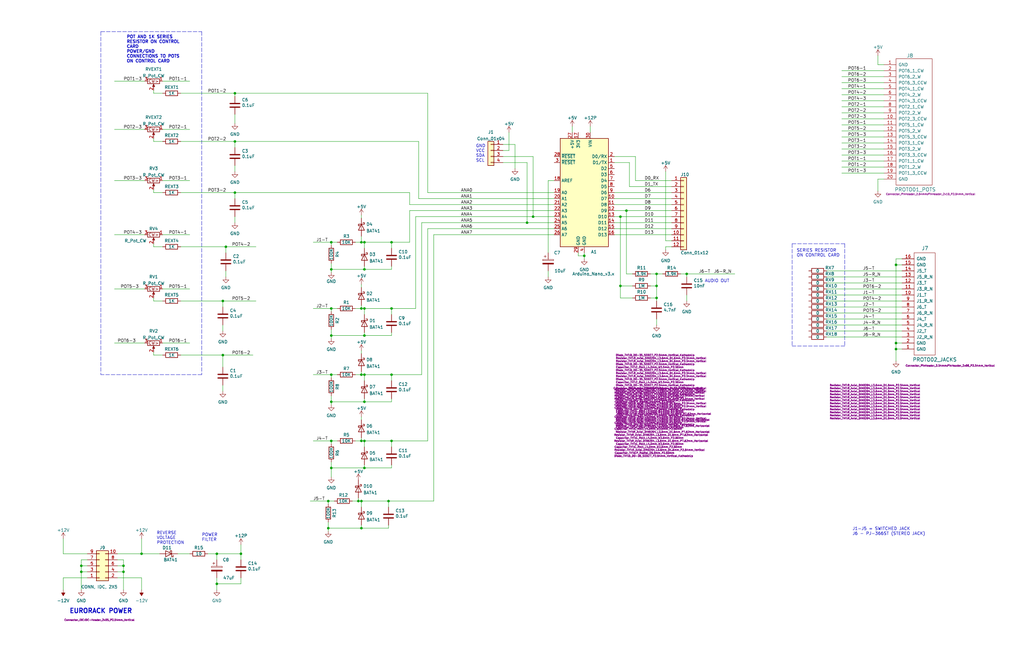
<source format=kicad_sch>
(kicad_sch (version 20211123) (generator eeschema)
  (paper "B")
  (title_block (title "6 POTS, 6 JACKS") (date "2022-11-20") (rev "2") (comment 1 "Arduino MOZZI Daughtercard for ER-PROTO-02") (comment 2 "https://note.com/solder_state/n/nffc1a33053be"))
  (junction (at 153.67 130.175))
  (junction (at 93.98 127))
  (junction (at 139.7 102.235))
  (junction (at 99.06 39.37))
  (junction (at 224.79 91.44))
  (junction (at 139.7 169.545))
  (junction (at 153.67 158.115))
  (junction (at 377.825 111.76))
  (junction (at 163.83 211.455))
  (junction (at 377.825 144.78))
  (junction (at 139.7 141.605))
  (junction (at 138.43 222.885))
  (junction (at 152.4 102.235))
  (junction (at 165.1 158.115))
  (junction (at 139.7 130.175))
  (junction (at 153.67 197.485))
  (junction (at 99.06 81.28))
  (junction (at 139.7 158.115))
  (junction (at 246.38 107.95))
  (junction (at 153.67 113.665))
  (junction (at 261.62 120.65))
  (junction (at 151.13 211.455))
  (junction (at 52.07 241.3))
  (junction (at 165.1 186.055))
  (junction (at 139.7 113.665))
  (junction (at 138.43 211.455))
  (junction (at 153.67 186.055))
  (junction (at 264.16 88.9))
  (junction (at 153.67 102.235))
  (junction (at 139.7 197.485))
  (junction (at 152.4 211.455))
  (junction (at 152.4 222.885))
  (junction (at 276.86 120.65))
  (junction (at 99.06 59.69))
  (junction (at 34.29 241.3))
  (junction (at 34.29 238.76))
  (junction (at 59.69 233.68))
  (junction (at 377.825 147.32))
  (junction (at 139.7 186.055))
  (junction (at 101.6 233.68))
  (junction (at 289.56 115.57))
  (junction (at 95.25 104.14))
  (junction (at 165.1 130.175))
  (junction (at 152.4 130.175))
  (junction (at 52.07 238.76))
  (junction (at 152.4 186.055))
  (junction (at 153.67 169.545))
  (junction (at 276.86 125.73))
  (junction (at 153.67 141.605))
  (junction (at 261.62 91.44))
  (junction (at 152.4 158.115))
  (junction (at 222.25 93.98))
  (junction (at 165.1 102.235))
  (junction (at 276.86 115.57))
  (junction (at 91.44 233.68))
  (junction (at 93.98 149.86))
  (junction (at 91.44 246.38))
  (wire (pts (xy 76.2 59.69) (xy 99.06 59.69)))
  (wire (pts (xy 348.615 139.7) (xy 380.365 139.7)))
  (wire (pts (xy 354.965 50.165) (xy 372.745 50.165)))
  (wire (pts (xy 180.34 96.52) (xy 233.68 96.52)))
  (wire (pts (xy 152.4 222.885) (xy 152.4 221.615)))
  (wire (pts (xy 348.615 127) (xy 380.365 127)))
  (wire (pts (xy 139.7 201.295) (xy 139.7 197.485)))
  (wire (pts (xy 348.615 121.92) (xy 380.365 121.92)))
  (wire (pts (xy 264.16 88.9) (xy 259.08 88.9)))
  (wire (pts (xy 139.7 170.815) (xy 139.7 169.545)))
  (wire (pts (xy 165.1 158.115) (xy 165.1 160.655)))
  (wire (pts (xy 289.56 124.46) (xy 289.56 127)))
  (polyline (pts (xy 334.01 102.87) (xy 334.01 146.05)))
  (wire (pts (xy 49.53 233.68) (xy 59.69 233.68)))
  (wire (pts (xy 172.72 86.36) (xy 233.68 86.36)))
  (wire (pts (xy 76.2 81.28) (xy 99.06 81.28)))
  (wire (pts (xy 93.98 137.16) (xy 93.98 139.7)))
  (wire (pts (xy 139.7 113.665) (xy 139.7 111.125)))
  (wire (pts (xy 165.1 169.545) (xy 165.1 168.275)))
  (wire (pts (xy 246.38 107.95) (xy 243.84 107.95)))
  (polyline (pts (xy 85.09 158.115) (xy 42.545 158.115)))
  (wire (pts (xy 177.8 93.98) (xy 177.8 158.115)))
  (wire (pts (xy 276.86 134.62) (xy 276.86 137.16)))
  (wire (pts (xy 265.43 68.58) (xy 265.43 78.74)))
  (wire (pts (xy 49.53 238.76) (xy 52.07 238.76)))
  (wire (pts (xy 59.69 227.33) (xy 59.69 233.68)))
  (wire (pts (xy 165.1 130.175) (xy 165.1 132.715)))
  (wire (pts (xy 48.26 54.61) (xy 60.96 54.61)))
  (wire (pts (xy 153.67 197.485) (xy 165.1 197.485)))
  (wire (pts (xy 267.97 66.04) (xy 267.97 76.2)))
  (wire (pts (xy 217.17 60.96) (xy 217.17 71.12)))
  (wire (pts (xy 152.4 120.015) (xy 152.4 121.285)))
  (wire (pts (xy 153.67 186.055) (xy 165.1 186.055)))
  (wire (pts (xy 91.44 233.68) (xy 87.63 233.68)))
  (wire (pts (xy 380.365 109.22) (xy 377.825 109.22)))
  (wire (pts (xy 139.7 142.875) (xy 139.7 141.605)))
  (wire (pts (xy 152.4 211.455) (xy 152.4 213.995)))
  (wire (pts (xy 93.98 127) (xy 93.98 129.54)))
  (wire (pts (xy 152.4 99.695) (xy 152.4 102.235)))
  (wire (pts (xy 64.77 81.28) (xy 68.58 81.28)))
  (wire (pts (xy 34.29 236.22) (xy 34.29 238.76)))
  (wire (pts (xy 354.965 40.005) (xy 372.745 40.005)))
  (wire (pts (xy 152.4 184.785) (xy 152.4 186.055)))
  (wire (pts (xy 152.4 211.455) (xy 163.83 211.455)))
  (wire (pts (xy 64.77 149.86) (xy 64.77 148.59)))
  (wire (pts (xy 165.1 113.665) (xy 165.1 112.395)))
  (wire (pts (xy 36.83 243.84) (xy 26.67 243.84)))
  (wire (pts (xy 64.77 127) (xy 68.58 127)))
  (wire (pts (xy 26.67 227.33) (xy 26.67 233.68)))
  (wire (pts (xy 149.86 102.235) (xy 152.4 102.235)))
  (wire (pts (xy 231.14 116.84) (xy 231.14 114.3)))
  (wire (pts (xy 267.97 76.2) (xy 283.21 76.2)))
  (wire (pts (xy 182.88 99.06) (xy 182.88 211.455)))
  (wire (pts (xy 68.58 121.92) (xy 80.01 121.92)))
  (wire (pts (xy 153.67 169.545) (xy 165.1 169.545)))
  (wire (pts (xy 95.25 104.14) (xy 107.95 104.14)))
  (wire (pts (xy 68.58 99.06) (xy 80.01 99.06)))
  (wire (pts (xy 153.67 158.115) (xy 153.67 160.655)))
  (wire (pts (xy 276.86 125.73) (xy 276.86 127)))
  (wire (pts (xy 132.08 158.115) (xy 139.7 158.115)))
  (wire (pts (xy 377.825 144.78) (xy 380.365 144.78)))
  (wire (pts (xy 261.62 91.44) (xy 261.62 120.65)))
  (polyline (pts (xy 85.09 13.335) (xy 85.09 158.115)))
  (wire (pts (xy 348.615 142.24) (xy 380.365 142.24)))
  (wire (pts (xy 165.1 158.115) (xy 177.8 158.115)))
  (wire (pts (xy 76.2 149.86) (xy 93.98 149.86)))
  (wire (pts (xy 180.34 96.52) (xy 180.34 186.055)))
  (wire (pts (xy 139.7 186.055) (xy 142.24 186.055)))
  (wire (pts (xy 152.4 222.885) (xy 163.83 222.885)))
  (wire (pts (xy 34.29 241.3) (xy 34.29 248.92)))
  (wire (pts (xy 266.7 125.73) (xy 261.62 125.73)))
  (wire (pts (xy 152.4 130.175) (xy 153.67 130.175)))
  (wire (pts (xy 153.67 197.485) (xy 139.7 197.485)))
  (wire (pts (xy 139.7 158.115) (xy 139.7 159.385)))
  (wire (pts (xy 153.67 169.545) (xy 139.7 169.545)))
  (polyline (pts (xy 42.545 13.335) (xy 42.545 158.115)))
  (wire (pts (xy 149.86 186.055) (xy 152.4 186.055)))
  (wire (pts (xy 246.38 109.22) (xy 246.38 107.95)))
  (wire (pts (xy 148.59 211.455) (xy 151.13 211.455)))
  (wire (pts (xy 152.4 156.845) (xy 152.4 158.115)))
  (wire (pts (xy 224.79 91.44) (xy 175.26 91.44)))
  (wire (pts (xy 233.68 76.2) (xy 231.14 76.2)))
  (wire (pts (xy 348.615 114.3) (xy 380.365 114.3)))
  (wire (pts (xy 348.615 119.38) (xy 380.365 119.38)))
  (wire (pts (xy 274.32 125.73) (xy 276.86 125.73)))
  (wire (pts (xy 354.965 37.465) (xy 372.745 37.465)))
  (polyline (pts (xy 334.01 102.87) (xy 356.235 102.87)))
  (wire (pts (xy 93.98 149.86) (xy 93.98 154.94)))
  (wire (pts (xy 165.1 141.605) (xy 165.1 140.335)))
  (wire (pts (xy 246.38 107.95) (xy 246.38 106.68)))
  (wire (pts (xy 177.8 93.98) (xy 222.25 93.98)))
  (wire (pts (xy 153.67 141.605) (xy 139.7 141.605)))
  (wire (pts (xy 101.6 233.68) (xy 101.6 236.22)))
  (wire (pts (xy 261.62 91.44) (xy 283.21 91.44)))
  (wire (pts (xy 354.965 65.405) (xy 372.745 65.405)))
  (wire (pts (xy 259.08 68.58) (xy 265.43 68.58)))
  (wire (pts (xy 261.62 120.65) (xy 266.7 120.65)))
  (wire (pts (xy 99.06 81.28) (xy 99.06 83.82)))
  (wire (pts (xy 153.67 169.545) (xy 153.67 168.275)))
  (wire (pts (xy 165.1 102.235) (xy 165.1 104.775)))
  (wire (pts (xy 163.83 211.455) (xy 182.88 211.455)))
  (wire (pts (xy 182.88 99.06) (xy 233.68 99.06)))
  (wire (pts (xy 172.72 81.28) (xy 172.72 86.36)))
  (wire (pts (xy 377.825 147.32) (xy 380.365 147.32)))
  (wire (pts (xy 99.06 39.37) (xy 180.34 39.37)))
  (wire (pts (xy 132.08 186.055) (xy 139.7 186.055)))
  (wire (pts (xy 59.69 243.84) (xy 59.69 248.92)))
  (wire (pts (xy 64.77 104.14) (xy 68.58 104.14)))
  (wire (pts (xy 266.7 115.57) (xy 264.16 115.57)))
  (wire (pts (xy 259.08 99.06) (xy 283.21 99.06)))
  (wire (pts (xy 26.67 243.84) (xy 26.67 248.92)))
  (wire (pts (xy 99.06 69.85) (xy 99.06 72.39)))
  (wire (pts (xy 59.69 233.68) (xy 67.31 233.68)))
  (wire (pts (xy 354.965 47.625) (xy 372.745 47.625)))
  (wire (pts (xy 377.825 111.76) (xy 377.825 144.78)))
  (wire (pts (xy 74.93 233.68) (xy 80.01 233.68)))
  (wire (pts (xy 152.4 90.805) (xy 152.4 92.075)))
  (wire (pts (xy 153.67 141.605) (xy 153.67 140.335)))
  (wire (pts (xy 377.825 109.22) (xy 377.825 111.76)))
  (wire (pts (xy 139.7 186.055) (xy 139.7 187.325)))
  (wire (pts (xy 95.25 104.14) (xy 95.25 106.68)))
  (wire (pts (xy 175.26 91.44) (xy 175.26 130.175)))
  (wire (pts (xy 153.67 102.235) (xy 153.67 104.775)))
  (wire (pts (xy 165.1 130.175) (xy 175.26 130.175)))
  (wire (pts (xy 64.77 59.69) (xy 64.77 58.42)))
  (wire (pts (xy 248.92 53.34) (xy 248.92 55.88)))
  (wire (pts (xy 93.98 162.56) (xy 93.98 165.1)))
  (wire (pts (xy 354.965 57.785) (xy 372.745 57.785)))
  (wire (pts (xy 138.43 211.455) (xy 140.97 211.455)))
  (wire (pts (xy 214.63 55.88) (xy 214.63 63.5)))
  (wire (pts (xy 163.83 211.455) (xy 163.83 213.995)))
  (wire (pts (xy 95.25 114.3) (xy 95.25 116.84)))
  (wire (pts (xy 138.43 211.455) (xy 138.43 212.725)))
  (wire (pts (xy 64.77 127) (xy 64.77 125.73)))
  (wire (pts (xy 99.06 59.69) (xy 99.06 62.23)))
  (wire (pts (xy 163.83 222.885) (xy 163.83 221.615)))
  (wire (pts (xy 276.86 125.73) (xy 276.86 120.65)))
  (wire (pts (xy 139.7 114.935) (xy 139.7 113.665)))
  (wire (pts (xy 91.44 233.68) (xy 91.44 236.22)))
  (wire (pts (xy 153.67 141.605) (xy 165.1 141.605)))
  (wire (pts (xy 289.56 115.57) (xy 289.56 116.84)))
  (wire (pts (xy 64.77 59.69) (xy 68.58 59.69)))
  (wire (pts (xy 243.84 107.95) (xy 243.84 106.68)))
  (wire (pts (xy 48.26 34.29) (xy 60.96 34.29)))
  (wire (pts (xy 354.965 42.545) (xy 372.745 42.545)))
  (wire (pts (xy 139.7 169.545) (xy 139.7 167.005)))
  (wire (pts (xy 64.77 39.37) (xy 68.58 39.37)))
  (wire (pts (xy 377.825 147.32) (xy 377.825 152.4)))
  (wire (pts (xy 165.1 186.055) (xy 165.1 188.595)))
  (wire (pts (xy 138.43 222.885) (xy 138.43 220.345)))
  (wire (pts (xy 93.98 149.86) (xy 106.68 149.86)))
  (wire (pts (xy 48.26 144.78) (xy 60.96 144.78)))
  (wire (pts (xy 34.29 241.3) (xy 36.83 241.3)))
  (wire (pts (xy 180.34 39.37) (xy 180.34 81.28)))
  (wire (pts (xy 152.4 175.895) (xy 152.4 177.165)))
  (wire (pts (xy 377.825 144.78) (xy 377.825 147.32)))
  (wire (pts (xy 48.26 121.92) (xy 60.96 121.92)))
  (wire (pts (xy 49.53 236.22) (xy 52.07 236.22)))
  (wire (pts (xy 101.6 229.87) (xy 101.6 233.68)))
  (wire (pts (xy 354.965 55.245) (xy 372.745 55.245)))
  (wire (pts (xy 153.67 113.665) (xy 139.7 113.665)))
  (wire (pts (xy 130.81 211.455) (xy 138.43 211.455)))
  (wire (pts (xy 91.44 233.68) (xy 101.6 233.68)))
  (wire (pts (xy 283.21 101.6) (xy 280.67 101.6)))
  (wire (pts (xy 139.7 158.115) (xy 142.24 158.115)))
  (wire (pts (xy 261.62 125.73) (xy 261.62 120.65)))
  (wire (pts (xy 212.09 63.5) (xy 214.63 63.5)))
  (wire (pts (xy 259.08 83.82) (xy 283.21 83.82)))
  (wire (pts (xy 152.4 186.055) (xy 153.67 186.055)))
  (wire (pts (xy 354.965 67.945) (xy 372.745 67.945)))
  (wire (pts (xy 180.34 81.28) (xy 233.68 81.28)))
  (wire (pts (xy 264.16 88.9) (xy 283.21 88.9)))
  (wire (pts (xy 153.67 130.175) (xy 165.1 130.175)))
  (wire (pts (xy 152.4 222.885) (xy 138.43 222.885)))
  (wire (pts (xy 34.29 238.76) (xy 36.83 238.76)))
  (wire (pts (xy 348.615 132.08) (xy 380.365 132.08)))
  (wire (pts (xy 212.09 68.58) (xy 222.25 68.58)))
  (wire (pts (xy 99.06 39.37) (xy 99.06 40.64)))
  (wire (pts (xy 370.205 75.565) (xy 370.205 80.645)))
  (wire (pts (xy 212.09 66.04) (xy 224.79 66.04)))
  (wire (pts (xy 176.53 83.82) (xy 233.68 83.82)))
  (wire (pts (xy 68.58 144.78) (xy 80.01 144.78)))
  (wire (pts (xy 64.77 149.86) (xy 68.58 149.86)))
  (wire (pts (xy 276.86 120.65) (xy 276.86 115.57)))
  (wire (pts (xy 354.965 29.845) (xy 372.745 29.845)))
  (wire (pts (xy 64.77 104.14) (xy 64.77 102.87)))
  (wire (pts (xy 348.615 134.62) (xy 380.365 134.62)))
  (wire (pts (xy 139.7 102.235) (xy 139.7 103.505)))
  (wire (pts (xy 354.965 52.705) (xy 372.745 52.705)))
  (wire (pts (xy 152.4 128.905) (xy 152.4 130.175)))
  (wire (pts (xy 152.4 158.115) (xy 153.67 158.115)))
  (wire (pts (xy 153.67 158.115) (xy 165.1 158.115)))
  (wire (pts (xy 68.58 54.61) (xy 80.01 54.61)))
  (wire (pts (xy 348.615 137.16) (xy 380.365 137.16)))
  (wire (pts (xy 152.4 102.235) (xy 153.67 102.235)))
  (wire (pts (xy 222.25 93.98) (xy 233.68 93.98)))
  (wire (pts (xy 153.67 130.175) (xy 153.67 132.715)))
  (wire (pts (xy 91.44 243.84) (xy 91.44 246.38)))
  (wire (pts (xy 259.08 96.52) (xy 283.21 96.52)))
  (wire (pts (xy 241.3 53.34) (xy 241.3 55.88)))
  (wire (pts (xy 149.86 158.115) (xy 152.4 158.115)))
  (wire (pts (xy 265.43 78.74) (xy 283.21 78.74)))
  (wire (pts (xy 348.615 124.46) (xy 380.365 124.46)))
  (wire (pts (xy 287.02 115.57) (xy 289.56 115.57)))
  (wire (pts (xy 52.07 241.3) (xy 52.07 248.92)))
  (wire (pts (xy 68.58 76.2) (xy 80.01 76.2)))
  (wire (pts (xy 233.68 88.9) (xy 172.72 88.9)))
  (wire (pts (xy 99.06 59.69) (xy 176.53 59.69)))
  (wire (pts (xy 52.07 236.22) (xy 52.07 238.76)))
  (wire (pts (xy 354.965 70.485) (xy 372.745 70.485)))
  (wire (pts (xy 153.67 113.665) (xy 153.67 112.395)))
  (wire (pts (xy 101.6 246.38) (xy 101.6 243.84)))
  (polyline (pts (xy 356.235 102.87) (xy 356.235 146.05)))
  (wire (pts (xy 354.965 32.385) (xy 372.745 32.385)))
  (wire (pts (xy 49.53 243.84) (xy 59.69 243.84)))
  (wire (pts (xy 354.965 73.025) (xy 372.745 73.025)))
  (wire (pts (xy 91.44 246.38) (xy 91.44 248.92)))
  (wire (pts (xy 212.09 60.96) (xy 217.17 60.96)))
  (wire (pts (xy 152.4 147.955) (xy 152.4 149.225)))
  (wire (pts (xy 176.53 59.69) (xy 176.53 83.82)))
  (wire (pts (xy 354.965 45.085) (xy 372.745 45.085)))
  (wire (pts (xy 132.08 130.175) (xy 139.7 130.175)))
  (wire (pts (xy 64.77 81.28) (xy 64.77 80.01)))
  (wire (pts (xy 151.13 210.185) (xy 151.13 211.455)))
  (wire (pts (xy 372.745 27.305) (xy 370.205 27.305)))
  (wire (pts (xy 259.08 86.36) (xy 283.21 86.36)))
  (wire (pts (xy 165.1 197.485) (xy 165.1 196.215)))
  (wire (pts (xy 151.13 211.455) (xy 152.4 211.455)))
  (wire (pts (xy 153.67 197.485) (xy 153.67 196.215)))
  (wire (pts (xy 93.98 127) (xy 107.95 127)))
  (wire (pts (xy 36.83 233.68) (xy 26.67 233.68)))
  (wire (pts (xy 259.08 81.28) (xy 283.21 81.28)))
  (wire (pts (xy 76.2 127) (xy 93.98 127)))
  (wire (pts (xy 153.67 113.665) (xy 165.1 113.665)))
  (wire (pts (xy 280.67 72.39) (xy 280.67 101.6)))
  (wire (pts (xy 34.29 238.76) (xy 34.29 241.3)))
  (wire (pts (xy 224.79 66.04) (xy 224.79 91.44)))
  (wire (pts (xy 139.7 102.235) (xy 142.24 102.235)))
  (wire (pts (xy 354.965 34.925) (xy 372.745 34.925)))
  (wire (pts (xy 91.44 246.38) (xy 101.6 246.38)))
  (wire (pts (xy 289.56 115.57) (xy 309.88 115.57)))
  (wire (pts (xy 153.67 102.235) (xy 165.1 102.235)))
  (wire (pts (xy 49.53 241.3) (xy 52.07 241.3)))
  (wire (pts (xy 354.965 62.865) (xy 372.745 62.865)))
  (wire (pts (xy 165.1 186.055) (xy 180.34 186.055)))
  (wire (pts (xy 64.77 39.37) (xy 64.77 38.1)))
  (wire (pts (xy 233.68 91.44) (xy 224.79 91.44)))
  (wire (pts (xy 99.06 48.26) (xy 99.06 52.07)))
  (polyline (pts (xy 42.545 13.335) (xy 85.09 13.335)))
  (wire (pts (xy 370.205 75.565) (xy 372.745 75.565)))
  (wire (pts (xy 274.32 120.65) (xy 276.86 120.65)))
  (wire (pts (xy 132.08 102.235) (xy 139.7 102.235)))
  (wire (pts (xy 48.26 76.2) (xy 60.96 76.2)))
  (wire (pts (xy 370.205 23.495) (xy 370.205 27.305)))
  (wire (pts (xy 48.26 99.06) (xy 60.96 99.06)))
  (wire (pts (xy 377.825 111.76) (xy 380.365 111.76)))
  (wire (pts (xy 139.7 130.175) (xy 142.24 130.175)))
  (wire (pts (xy 139.7 130.175) (xy 139.7 131.445)))
  (wire (pts (xy 149.86 130.175) (xy 152.4 130.175)))
  (wire (pts (xy 348.615 129.54) (xy 380.365 129.54)))
  (wire (pts (xy 222.25 68.58) (xy 222.25 93.98)))
  (wire (pts (xy 172.72 88.9) (xy 172.72 102.235)))
  (wire (pts (xy 280.67 104.14) (xy 280.67 105.41)))
  (wire (pts (xy 139.7 197.485) (xy 139.7 194.945)))
  (wire (pts (xy 264.16 115.57) (xy 264.16 88.9)))
  (wire (pts (xy 283.21 104.14) (xy 280.67 104.14)))
  (wire (pts (xy 36.83 236.22) (xy 34.29 236.22)))
  (wire (pts (xy 354.965 60.325) (xy 372.745 60.325)))
  (wire (pts (xy 231.14 76.2) (xy 231.14 106.68)))
  (wire (pts (xy 138.43 224.155) (xy 138.43 222.885)))
  (wire (pts (xy 348.615 116.84) (xy 380.365 116.84)))
  (wire (pts (xy 76.2 104.14) (xy 95.25 104.14)))
  (wire (pts (xy 259.08 66.04) (xy 267.97 66.04)))
  (wire (pts (xy 52.07 238.76) (xy 52.07 241.3)))
  (wire (pts (xy 172.72 102.235) (xy 165.1 102.235)))
  (polyline (pts (xy 356.235 146.05) (xy 334.01 146.05)))
  (wire (pts (xy 139.7 141.605) (xy 139.7 139.065)))
  (wire (pts (xy 76.2 39.37) (xy 99.06 39.37)))
  (wire (pts (xy 153.67 186.055) (xy 153.67 188.595)))
  (wire (pts (xy 68.58 34.29) (xy 80.01 34.29)))
  (wire (pts (xy 99.06 91.44) (xy 99.06 93.98)))
  (wire (pts (xy 99.06 81.28) (xy 172.72 81.28)))
  (wire (pts (xy 259.08 91.44) (xy 261.62 91.44)))
  (wire (pts (xy 259.08 93.98) (xy 283.21 93.98)))
  (wire (pts (xy 276.86 115.57) (xy 279.4 115.57)))
  (wire (pts (xy 276.86 115.57) (xy 274.32 115.57)))
  (text "EURORACK POWER" (at 29.21 259.08 0) (effects (font (size 1.905 1.905) (thickness 0.381) bold) (justify left bottom)))
  (text "J1-J5 = SWITCHED JACK\nJ6 - PJ-366ST (STEREO JACK)" (at 359.41 226.06 0) (effects (font (size 1.27 1.27)) (justify left bottom)))
  (text "AUDIO OUT" (at 297.18 119.38 0) (effects (font (size 1.27 1.27)) (justify left bottom)))
  (text "POWER\nFILTER" (at 85.09 228.6 0) (effects (font (size 1.27 1.27)) (justify left bottom)))
  (text "POT AND 1K SERIES\nRESISTOR ON CONTROL\nCARD\nPOWER/GND\nCONNECTIONS TO POTS\nON CONTROL CARD" (at 53.34 26.67 0) (effects (font (size 1.27 1.27) (thickness 0.254) bold) (justify left bottom)))
  (text "GND\nVCC\nSDA\nSCL" (at 200.66 68.58 0) (effects (font (size 1.27 1.27)) (justify left bottom)))
  (text "SERIES RESISTOR\nON CONTROL CARD" (at 335.915 108.585 0) (effects (font (size 1.27 1.27)) (justify left bottom)))
  (text "REVERSE\nVOLTAGE\nPROTECTION" (at 66.04 229.87 0) (effects (font (size 1.27 1.27)) (justify left bottom)))
  (label "POT6-2" (at 363.855 121.92 0))
  (label "POT3-1" (at 71.12 76.2 0))
  (label "ANA4" (at 194.31 91.44 0))
  (label "J6-T" (at 363.855 139.7 0))
  (label "POT2-3" (at 52.07 54.61 0))
  (label "J3-T" (at 363.855 119.38 0))
  (label "POT4-2" (at 357.505 40.005 0))
  (label "D8" (at 271.78 86.36 0))
  (label "POT2-2" (at 357.505 47.625 0))
  (label "POT2-2" (at 87.63 59.69 0))
  (label "POT3-2" (at 87.63 81.28 0))
  (label "POT1-2" (at 87.63 39.37 0))
  (label "POT3-3" (at 357.505 65.405 0))
  (label "J1-T" (at 363.855 124.46 0))
  (label "POT5-3" (at 50.8 121.92 0))
  (label "J2-T" (at 363.855 129.54 0))
  (label "POT3-3" (at 52.07 76.2 0))
  (label "POT4-3" (at 357.505 42.545 0))
  (label "POT4-2" (at 363.855 127 0))
  (label "POT6-2" (at 357.505 32.385 0))
  (label "J4-T" (at 363.855 134.62 0))
  (label "POT2-1" (at 71.12 54.61 0))
  (label "D10" (at 271.78 91.44 0))
  (label "J2-T" (at 133.35 130.175 0))
  (label "POT5-1" (at 357.505 52.705 0))
  (label "ANA5" (at 194.31 93.98 0))
  (label "D0_RX" (at 271.78 76.2 0))
  (label "POT6-3" (at 49.53 144.78 0))
  (label "D13" (at 271.78 99.06 0))
  (label "POT4-1" (at 357.505 37.465 0))
  (label "J6-T" (at 294.64 115.57 0))
  (label "POT1-1" (at 357.505 67.945 0))
  (label "POT3-2" (at 357.505 62.865 0))
  (label "POT6-1" (at 357.505 29.845 0))
  (label "J6-R_N" (at 300.99 115.57 0))
  (label "J4-T" (at 133.35 186.055 0))
  (label "D6" (at 271.78 81.28 0))
  (label "J5-T" (at 132.08 211.455 0))
  (label "POT5-3" (at 357.505 57.785 0))
  (label "ANA3" (at 194.31 88.9 0))
  (label "J5-T" (at 363.855 114.3 0))
  (label "POT2-1" (at 357.505 45.085 0))
  (label "POT4-3" (at 52.07 99.06 0))
  (label "D11" (at 271.78 93.98 0))
  (label "POT5-2" (at 357.505 55.245 0))
  (label "POT6-2" (at 97.79 149.86 0))
  (label "POT6-3" (at 357.505 34.925 0))
  (label "J5-R_N" (at 363.855 116.84 0))
  (label "POT3-1" (at 357.505 60.325 0))
  (label "D7" (at 271.78 83.82 0))
  (label "POT2-3" (at 357.505 50.165 0))
  (label "D1_TX" (at 271.78 78.74 0))
  (label "ANA0" (at 194.31 81.28 0))
  (label "ANA6" (at 194.31 96.52 0))
  (label "POT1-1" (at 71.12 34.29 0))
  (label "POT1-3" (at 52.07 34.29 0))
  (label "POT1-2" (at 357.505 70.485 0))
  (label "POT5-2" (at 363.855 132.08 0))
  (label "ANA1" (at 194.31 83.82 0))
  (label "J1-T" (at 133.35 102.235 0))
  (label "D9" (at 271.78 88.9 0))
  (label "J4-R_N" (at 363.855 137.16 0))
  (label "POT4-2" (at 97.79 104.14 0))
  (label "POT5-1" (at 71.12 121.92 0))
  (label "POT5-2" (at 97.79 127 0))
  (label "ANA7" (at 194.31 99.06 0))
  (label "ANA2" (at 194.31 86.36 0))
  (label "POT1-3" (at 357.505 73.025 0))
  (label "POT4-1" (at 71.12 99.06 0))
  (label "J3-T" (at 133.35 158.115 0))
  (label "J6-R_N" (at 363.855 142.24 0))
  (label "D12" (at 271.78 96.52 0))
  (label "POT6-1" (at 71.12 144.78 0))
  (symbol (lib_id "Device:C") (at 99.06 66.04 0) (unit 1)
    (property "Reference" "C3" (at 101.981 63.7286 0) (effects (justify left)))
    (property "Value" "0.1uF" (at 101.981 66.04 0) (effects (justify left)))
    (property "Footprint" "Capacitor_THT:C_Rect_L4.0mm_W2.5mm_P2.50mm" (at 259.08 175.895 0) (effects (font (size 0.762 0.762)) (justify left)))
  )
  (symbol (lib_id "Device:C") (at 165.1 136.525 0) (unit 1)
    (property "Reference" "C9" (at 168.021 134.2136 0) (effects (justify left)))
    (property "Value" "0.1uF" (at 168.021 136.525 0) (effects (justify left)))
    (property "Footprint" "Capacitor_THT:C_Rect_L4.0mm_W2.5mm_P2.50mm" (at 259.715 161.29 0) (effects (font (size 0.762 0.762)) (justify left)))
  )
  (symbol (lib_id "Device:R") (at 139.7 191.135 0) (unit 1)
    (property "Reference" "R6" (at 142.24 191.135 90))
    (property "Value" "100K" (at 139.7 191.135 90))
    (property "Footprint" "Resistor_THT:R_Axial_DIN0204_L3.6mm_D1.6mm_P2.54mm_Vertical" (at 278.765 170.18 0) (effects (font (size 0.762 0.762))))
    (property "Datasheet" "https://www.mouser.com/ProductDetail/Xicon/299-2.2K-RC?qs=QaPBMFBEHz3RDbXknTj%252ByA%3D%3D" (effects hide))
  )
  (symbol (lib_id "Device:C") (at 93.98 133.35 0) (unit 1)
    (property "Reference" "C4" (at 96.901 131.0386 0) (effects (justify left)))
    (property "Value" "0.1uF" (at 96.901 133.35 0) (effects (justify left)))
    (property "Footprint" "Capacitor_THT:C_Rect_L4.0mm_W2.5mm_P2.50mm" (at 259.715 184.785 0) (effects (font (size 0.762 0.762)) (justify left)))
  )
  (symbol (lib_id "power:GND") (at 52.07 248.92 0) (unit 1)
    (property "Reference" "#PWR0106" (effects hide))
    (property "Value" "GND" (at 52.07 253.4825 0))
  )
  (symbol (lib_id "Device:R") (at 344.805 137.16 90) (unit 1) (in_bom no) (on_board no)
    (property "Reference" "RX16" (at 350.52 135.89 90))
    (property "Value" "0" (at 344.805 137.16 90))
    (property "Footprint" "Resistor_THT:R_Axial_DIN0204_L3.6mm_D1.6mm_P2.54mm_Vertical" (at 368.935 173.99 90) (effects (font (size 0.762 0.762))))
    (property "Datasheet" "https://www.mouser.com/ProductDetail/Xicon/299-2.2K-RC?qs=QaPBMFBEHz3RDbXknTj%252ByA%3D%3D" (effects hide))
  )
  (symbol (lib_id "Device:R") (at 146.05 186.055 90) (unit 1)
    (property "Reference" "R5" (at 146.05 183.515 90))
    (property "Value" "10K" (at 146.05 186.055 90))
    (property "Footprint" "Resistor_THT:R_Axial_DIN0204_L3.6mm_D1.6mm_P2.54mm_Vertical" (at 278.765 171.45 90) (effects (font (size 0.762 0.762))))
    (property "Datasheet" "https://www.mouser.com/ProductDetail/Xicon/299-2.2K-RC?qs=QaPBMFBEHz3RDbXknTj%252ByA%3D%3D" (effects hide))
  )
  (symbol (lib_id "power:GND") (at 377.825 152.4 0) (unit 1)
    (property "Reference" "#PWR0102" (effects hide))
    (property "Value" "GND" (at 377.825 156.9625 0))
  )
  (symbol (lib_id "power:+5V") (at 152.4 175.895 0) (unit 1)
    (property "Reference" "#PWR0120" (effects hide))
    (property "Value" "+5V" (at 152.4 172.2905 0))
  )
  (symbol (lib_id "power:GND") (at 138.43 224.155 0) (unit 1)
    (property "Reference" "#PWR0114" (effects hide))
    (property "Value" "GND" (at 138.43 228.7175 0))
  )
  (symbol (lib_id "Device:C_Polarized") (at 231.14 110.49 0) (unit 1)
    (property "Reference" "C7" (at 234.95 106.68 0))
    (property "Value" "10uF" (at 236.22 114.3 0))
    (property "Footprint" "Capacitor_THT:CP_Radial_D5.0mm_P2.50mm" (at 271.78 169.545 0) (effects (font (size 0.762 0.762))))
  )
  (symbol (lib_id "power:+5V") (at 370.205 23.495 0) (unit 1)
    (property "Reference" "#PWR0137" (effects hide))
    (property "Value" "+5V" (at 370.205 19.8905 0))
  )
  (symbol (lib_id "power:GND") (at 246.38 109.22 0) (unit 1)
    (property "Reference" "#PWR0111" (effects hide))
    (property "Value" "GND" (at 246.38 113.7825 0))
  )
  (symbol (lib_id "Device:R") (at 283.21 115.57 90) (unit 1)
    (property "Reference" "R14" (at 283.21 113.03 90))
    (property "Value" "3.9K" (at 283.21 115.57 90))
    (property "Footprint" "Resistor_THT:R_Axial_DIN0204_L3.6mm_D1.6mm_P2.54mm_Vertical" (at 278.13 168.275 90) (effects (font (size 0.762 0.762))))
    (property "Datasheet" "https://www.mouser.com/ProductDetail/Xicon/299-2.2K-RC?qs=QaPBMFBEHz3RDbXknTj%252ByA%3D%3D" (effects hide))
  )
  (symbol (lib_id "Connector_Generic:Conn_02x05_Odd_Even") (at 41.91 238.76 0) (mirror x) (unit 1)
    (property "Reference" "J9" (at 43.18 231.14 0))
    (property "Value" "CONN, IDC, 2X5" (at 41.91 247.65 0))
    (property "Footprint" "Connector_IDC:IDC-Header_2x05_P2.54mm_Vertical" (at 41.91 261.62 0) (effects (font (size 0.762 0.762))))
  )
  (symbol (lib_id "Device:R") (at 344.805 124.46 90) (unit 1) (in_bom no) (on_board no)
    (property "Reference" "RX11" (at 350.52 123.19 90))
    (property "Value" "0" (at 344.805 124.46 90))
    (property "Footprint" "Resistor_THT:R_Axial_DIN0204_L3.6mm_D1.6mm_P2.54mm_Vertical" (at 368.935 167.64 90) (effects (font (size 0.762 0.762))))
    (property "Datasheet" "https://www.mouser.com/ProductDetail/Xicon/299-2.2K-RC?qs=QaPBMFBEHz3RDbXknTj%252ByA%3D%3D" (effects hide))
  )
  (symbol (lib_id "Device:D_Schottky") (at 153.67 136.525 270) (unit 1)
    (property "Reference" "D1" (at 155.702 135.299 90) (effects (justify left)))
    (property "Value" "BAT41" (at 155.702 138.0741 90) (effects (justify left)))
    (property "Footprint" "Diode_THT:D_DO-35_SOD27_P2.54mm_Vertical_KathodeUp" (at 276.225 160.02 90) (effects (font (size 0.762 0.762))))
  )
  (symbol (lib_id "Device:D_Schottky") (at 152.4 125.095 270) (unit 1)
    (property "Reference" "D2" (at 154.432 123.869 90) (effects (justify left)))
    (property "Value" "BAT41" (at 154.432 126.6441 90) (effects (justify left)))
    (property "Footprint" "Diode_THT:D_DO-35_SOD27_P2.54mm_Vertical_KathodeUp" (at 276.225 156.21 90) (effects (font (size 0.762 0.762))))
  )
  (symbol (lib_id "Device:C") (at 165.1 192.405 0) (unit 1)
    (property "Reference" "C11" (at 168.021 190.0936 0) (effects (justify left)))
    (property "Value" "0.1uF" (at 168.021 192.405 0) (effects (justify left)))
    (property "Footprint" "Capacitor_THT:C_Rect_L4.0mm_W2.5mm_P2.50mm" (at 259.715 173.99 0) (effects (font (size 0.762 0.762)) (justify left)))
  )
  (symbol (lib_id "power:GND") (at 99.06 93.98 0) (unit 1)
    (property "Reference" "#PWR0124" (effects hide))
    (property "Value" "GND" (at 99.06 98.5425 0))
  )
  (symbol (lib_id "Device:C") (at 99.06 87.63 0) (unit 1)
    (property "Reference" "C5" (at 101.981 85.3186 0) (effects (justify left)))
    (property "Value" "0.1uF" (at 101.981 87.63 0) (effects (justify left)))
    (property "Footprint" "Capacitor_THT:C_Rect_L4.0mm_W2.5mm_P2.50mm" (at 259.08 178.435 0) (effects (font (size 0.762 0.762)) (justify left)))
  )
  (symbol (lib_id "power:+12P") (at 101.6 229.87 0) (unit 1)
    (property "Reference" "#PWR0108" (effects hide))
    (property "Value" "+12P" (at 101.6 226.06 0))
  )
  (symbol (lib_id "power:GND") (at 139.7 114.935 0) (unit 1)
    (property "Reference" "#PWR0115" (effects hide))
    (property "Value" "GND" (at 139.7 118.745 0))
  )
  (symbol (lib_id "Device:C") (at 99.06 44.45 0) (unit 1)
    (property "Reference" "C6" (at 101.981 42.1386 0) (effects (justify left)))
    (property "Value" "0.1uF" (at 101.981 44.45 0) (effects (justify left)))
    (property "Footprint" "Capacitor_THT:C_Rect_L4.0mm_W2.5mm_P2.50mm" (at 259.715 173.355 0) (effects (font (size 0.762 0.762)) (justify left)))
  )
  (symbol (lib_id "Device:C") (at 163.83 217.805 0) (unit 1)
    (property "Reference" "C13" (at 166.751 215.4936 0) (effects (justify left)))
    (property "Value" "0.1uF" (at 166.751 217.805 0) (effects (justify left)))
    (property "Footprint" "Capacitor_THT:C_Rect_L4.0mm_W2.5mm_P2.50mm" (at 259.715 180.34 0) (effects (font (size 0.762 0.762)) (justify left)))
  )
  (symbol (lib_id "Device:C_Polarized") (at 91.44 240.03 0) (unit 1)
    (property "Reference" "C8" (at 95.25 236.22 0))
    (property "Value" "47uF" (at 96.52 243.84 0))
    (property "Footprint" "Capacitor_THT:CP_Radial_D5.0mm_P2.50mm" (at 271.78 191.135 0) (effects (font (size 0.762 0.762))))
  )
  (symbol (lib_id "power:GND") (at 276.86 137.16 0) (unit 1)
    (property "Reference" "#PWR0109" (effects hide))
    (property "Value" "GND" (at 276.86 141.7225 0))
  )
  (symbol (lib_id "power:GND") (at 93.98 139.7 0) (unit 1)
    (property "Reference" "#PWR0133" (effects hide))
    (property "Value" "GND" (at 93.98 144.2625 0))
  )
  (symbol (lib_id "Device:R") (at 344.805 132.08 90) (unit 1) (in_bom no) (on_board no)
    (property "Reference" "RX14" (at 350.52 130.81 90))
    (property "Value" "0" (at 344.805 132.08 90))
    (property "Footprint" "Resistor_THT:R_Axial_DIN0204_L3.6mm_D1.6mm_P2.54mm_Vertical" (at 368.935 171.45 90) (effects (font (size 0.762 0.762))))
    (property "Datasheet" "https://www.mouser.com/ProductDetail/Xicon/299-2.2K-RC?qs=QaPBMFBEHz3RDbXknTj%252ByA%3D%3D" (effects hide))
  )
  (symbol (lib_id "Device:D_Schottky") (at 71.12 233.68 180) (unit 1)
    (property "Reference" "D11" (at 72.39 231.14 0) (effects (justify left)))
    (property "Value" "BAT41" (at 74.93 236.22 0) (effects (justify left)))
    (property "Footprint" "Diode_THT:D_DO-35_SOD27_P2.54mm_Vertical_KathodeUp" (at 275.59 192.405 0) (effects (font (size 0.762 0.762))))
  )
  (symbol (lib_id "Device:R") (at 344.805 142.24 90) (unit 1) (in_bom no) (on_board no)
    (property "Reference" "RX18" (at 350.52 140.97 90))
    (property "Value" "0" (at 344.805 142.24 90))
    (property "Footprint" "Resistor_THT:R_Axial_DIN0204_L3.6mm_D1.6mm_P2.54mm_Vertical" (at 368.935 176.53 90) (effects (font (size 0.762 0.762))))
    (property "Datasheet" "https://www.mouser.com/ProductDetail/Xicon/299-2.2K-RC?qs=QaPBMFBEHz3RDbXknTj%252ByA%3D%3D" (effects hide))
  )
  (symbol (lib_id "power:+5V") (at 280.67 72.39 0) (unit 1)
    (property "Reference" "#PWR0130" (effects hide))
    (property "Value" "+5V" (at 280.67 68.7855 0))
  )
  (symbol (lib_id "MCU_Module:Arduino_Nano_v3.x") (at 246.38 81.28 0) (mirror y) (unit 1)
    (property "Reference" "A1" (at 249.1487 106.2895 0) (effects (justify right)))
    (property "Value" "Arduino_Nano_v3.x" (at 241.3 115.57 0) (effects (justify right)))
    (property "Footprint" "Module:Arduino_Nano" (effects hide))
    (property "Datasheet" "http://www.mouser.com/pdfdocs/Gravitech_Arduino_Nano3_0.pdf" (effects hide))
  )
  (symbol (lib_id "LandBoards_Conns:PROTO02_JACKS") (at 389.255 128.27 0) (mirror y) (unit 1)
    (property "Reference" "J7" (at 388.62 104.775 0) (effects (font (size 1.524 1.524)) (justify right)))
    (property "Value" "PROTO02_JACKS" (at 384.81 151.765 0) (effects (font (size 1.524 1.524)) (justify right)))
    (property "Footprint" "Connector_PinHeader_2.54mm:PinHeader_2x08_P2.54mm_Vertical" (at 400.685 154.305 0) (effects (font (size 0.762 0.762))))
  )
  (symbol (lib_id "power:-12V") (at 59.69 248.92 180) (unit 1)
    (property "Reference" "#PWR0168" (effects hide))
    (property "Value" "-12V" (at 59.69 253.4825 0))
  )
  (symbol (lib_id "Device:R") (at 344.805 134.62 90) (unit 1) (in_bom no) (on_board no)
    (property "Reference" "RX15" (at 350.52 133.35 90))
    (property "Value" "0" (at 344.805 134.62 90))
    (property "Footprint" "Resistor_THT:R_Axial_DIN0204_L3.6mm_D1.6mm_P2.54mm_Vertical" (at 368.935 172.72 90) (effects (font (size 0.762 0.762))))
    (property "Datasheet" "https://www.mouser.com/ProductDetail/Xicon/299-2.2K-RC?qs=QaPBMFBEHz3RDbXknTj%252ByA%3D%3D" (effects hide))
  )
  (symbol (lib_id "power:+5V") (at 241.3 53.34 0) (unit 1)
    (property "Reference" "#PWR0113" (effects hide))
    (property "Value" "+5V" (at 241.3 49.7355 0))
  )
  (symbol (lib_id "Device:C") (at 95.25 110.49 0) (unit 1)
    (property "Reference" "C2" (at 98.171 108.1786 0) (effects (justify left)))
    (property "Value" "0.1uF" (at 98.171 110.49 0) (effects (justify left)))
    (property "Footprint" "Capacitor_THT:C_Rect_L4.0mm_W2.5mm_P2.50mm" (at 259.08 180.975 0) (effects (font (size 0.762 0.762)) (justify left)))
  )
  (symbol (lib_id "Device:R") (at 344.805 139.7 90) (unit 1) (in_bom no) (on_board no)
    (property "Reference" "RX17" (at 350.52 138.43 90))
    (property "Value" "0" (at 344.805 139.7 90))
    (property "Footprint" "Resistor_THT:R_Axial_DIN0204_L3.6mm_D1.6mm_P2.54mm_Vertical" (at 368.935 175.26 90) (effects (font (size 0.762 0.762))))
    (property "Datasheet" "https://www.mouser.com/ProductDetail/Xicon/299-2.2K-RC?qs=QaPBMFBEHz3RDbXknTj%252ByA%3D%3D" (effects hide))
  )
  (symbol (lib_id "Device:R") (at 139.7 163.195 0) (unit 1)
    (property "Reference" "R8" (at 142.24 163.195 90))
    (property "Value" "100K" (at 139.7 163.195 90))
    (property "Footprint" "Resistor_THT:R_Axial_DIN0204_L3.6mm_D1.6mm_P2.54mm_Vertical" (at 278.765 163.83 0) (effects (font (size 0.762 0.762))))
    (property "Datasheet" "https://www.mouser.com/ProductDetail/Xicon/299-2.2K-RC?qs=QaPBMFBEHz3RDbXknTj%252ByA%3D%3D" (effects hide))
  )
  (symbol (lib_id "Device:D_Schottky") (at 153.67 108.585 270) (unit 1)
    (property "Reference" "D3" (at 155.702 107.359 90) (effects (justify left)))
    (property "Value" "BAT41" (at 155.702 110.1341 90) (effects (justify left)))
    (property "Footprint" "Diode_THT:D_DO-35_SOD27_P2.54mm_Vertical_KathodeUp" (at 276.225 153.67 90) (effects (font (size 0.762 0.762))))
  )
  (symbol (lib_id "Device:R") (at 138.43 216.535 0) (unit 1)
    (property "Reference" "R13" (at 140.97 216.535 90))
    (property "Value" "100K" (at 138.43 216.535 90))
    (property "Footprint" "Resistor_THT:R_Axial_DIN0204_L3.6mm_D1.6mm_P2.54mm_Vertical" (at 278.765 176.53 0) (effects (font (size 0.762 0.762))))
    (property "Datasheet" "https://www.mouser.com/ProductDetail/Xicon/299-2.2K-RC?qs=QaPBMFBEHz3RDbXknTj%252ByA%3D%3D" (effects hide))
  )
  (symbol (lib_id "Device:R") (at 146.05 130.175 90) (unit 1)
    (property "Reference" "R1" (at 146.05 127.635 90))
    (property "Value" "10K" (at 146.05 130.175 90))
    (property "Footprint" "Resistor_THT:R_Axial_DIN0204_L3.6mm_D1.6mm_P2.54mm_Vertical" (at 278.765 158.75 90) (effects (font (size 0.762 0.762))))
    (property "Datasheet" "https://www.mouser.com/ProductDetail/Xicon/299-2.2K-RC?qs=QaPBMFBEHz3RDbXknTj%252ByA%3D%3D" (effects hide))
  )
  (symbol (lib_id "power:+12V") (at 59.69 227.33 0) (unit 1)
    (property "Reference" "#PWR0105" (effects hide))
    (property "Value" "+12V" (at 59.69 223.7255 0))
  )
  (symbol (lib_id "Device:D_Schottky") (at 152.4 95.885 270) (unit 1)
    (property "Reference" "D4" (at 154.432 94.659 90) (effects (justify left)))
    (property "Value" "BAT41" (at 154.432 97.4341 90) (effects (justify left)))
    (property "Footprint" "Diode_THT:D_DO-35_SOD27_P2.54mm_Vertical_KathodeUp" (at 276.225 149.86 90) (effects (font (size 0.762 0.762))))
  )
  (symbol (lib_id "power:GND") (at 280.67 105.41 0) (unit 1)
    (property "Reference" "#PWR0129" (effects hide))
    (property "Value" "GND" (at 280.67 109.9725 0))
  )
  (symbol (lib_id "power:GND") (at 93.98 165.1 0) (unit 1)
    (property "Reference" "#PWR0132" (effects hide))
    (property "Value" "GND" (at 93.98 169.6625 0))
  )
  (symbol (lib_id "LandBoards_Conns:R_Pot_CW") (at 64.77 34.29 270) (unit 1) (in_bom no) (on_board no)
    (property "Reference" "RVEXT1" (at 64.77 29.1899 90))
    (property "Value" "R_Pot_CW" (at 64.77 31.965 90))
  )
  (symbol (lib_id "Device:R") (at 344.805 129.54 90) (unit 1) (in_bom no) (on_board no)
    (property "Reference" "RX13" (at 350.52 128.27 90))
    (property "Value" "0" (at 344.805 129.54 90))
    (property "Footprint" "Resistor_THT:R_Axial_DIN0204_L3.6mm_D1.6mm_P2.54mm_Vertical" (at 368.935 170.18 90) (effects (font (size 0.762 0.762))))
    (property "Datasheet" "https://www.mouser.com/ProductDetail/Xicon/299-2.2K-RC?qs=QaPBMFBEHz3RDbXknTj%252ByA%3D%3D" (effects hide))
  )
  (symbol (lib_id "Device:R") (at 344.805 119.38 90) (unit 1) (in_bom no) (on_board no)
    (property "Reference" "RX9" (at 349.885 118.11 90))
    (property "Value" "0" (at 344.805 119.38 90))
    (property "Footprint" "Resistor_THT:R_Axial_DIN0204_L3.6mm_D1.6mm_P2.54mm_Vertical" (at 368.935 165.1 90) (effects (font (size 0.762 0.762))))
    (property "Datasheet" "https://www.mouser.com/ProductDetail/Xicon/299-2.2K-RC?qs=QaPBMFBEHz3RDbXknTj%252ByA%3D%3D" (effects hide))
  )
  (symbol (lib_name "R_Pot_CW_4") (lib_id "LandBoards_Conns:R_Pot_CW") (at 64.77 121.92 270) (unit 1) (in_bom no) (on_board no)
    (property "Reference" "RV1" (at 64.77 116.8199 90))
    (property "Value" "R_Pot_CW" (at 64.77 119.595 90))
  )
  (symbol (lib_id "power:-12V") (at 26.67 248.92 180) (unit 1)
    (property "Reference" "#PWR0167" (effects hide))
    (property "Value" "-12V" (at 26.67 253.4825 0))
  )
  (symbol (lib_id "power:GND") (at 289.56 127 0) (unit 1)
    (property "Reference" "#PWR0131" (effects hide))
    (property "Value" "GND" (at 289.56 131.5625 0))
  )
  (symbol (lib_id "Device:C") (at 289.56 120.65 0) (unit 1)
    (property "Reference" "C15" (at 292.481 118.3386 0) (effects (justify left)))
    (property "Value" "10nF" (at 292.481 120.65 0) (effects (justify left)))
    (property "Footprint" "Capacitor_THT:C_Rect_L4.0mm_W2.5mm_P2.50mm" (at 259.08 172.085 0) (effects (font (size 0.762 0.762)) (justify left)))
  )
  (symbol (lib_id "Device:R") (at 144.78 211.455 90) (unit 1)
    (property "Reference" "R12" (at 144.78 208.915 90))
    (property "Value" "10K" (at 144.78 211.455 90))
    (property "Footprint" "Resistor_THT:R_Axial_DIN0204_L3.6mm_D1.6mm_P2.54mm_Vertical" (at 278.765 177.8 90) (effects (font (size 0.762 0.762))))
    (property "Datasheet" "https://www.mouser.com/ProductDetail/Xicon/299-2.2K-RC?qs=QaPBMFBEHz3RDbXknTj%252ByA%3D%3D" (effects hide))
  )
  (symbol (lib_name "R_Pot_CW_3") (lib_id "LandBoards_Conns:R_Pot_CW") (at 64.77 144.78 270) (unit 1) (in_bom no) (on_board no)
    (property "Reference" "RV2" (at 64.77 139.6799 90))
    (property "Value" "R_Pot_CW" (at 64.77 142.455 90))
  )
  (symbol (lib_id "Connector_Generic:Conn_01x12") (at 288.29 88.9 0) (unit 1)
    (property "Reference" "J10" (at 287.02 73.66 0) (effects (justify left)))
    (property "Value" "Conn_01x12" (at 287.02 106.68 0) (effects (justify left)))
    (property "Footprint" "Connector_PinHeader_2.54mm:PinHeader_1x12_P2.54mm_Vertical" (at 277.495 163.83 0) (effects (font (size 0.762 0.762))))
  )
  (symbol (lib_id "Device:C") (at 165.1 164.465 0) (unit 1)
    (property "Reference" "C12" (at 168.021 162.1536 0) (effects (justify left)))
    (property "Value" "0.1uF" (at 168.021 164.465 0) (effects (justify left)))
    (property "Footprint" "Capacitor_THT:C_Rect_L4.0mm_W2.5mm_P2.50mm" (at 259.715 167.64 0) (effects (font (size 0.762 0.762)) (justify left)))
  )
  (symbol (lib_id "power:GND") (at 231.14 116.84 0) (unit 1)
    (property "Reference" "#PWR0110" (effects hide))
    (property "Value" "GND" (at 231.14 121.4025 0))
  )
  (symbol (lib_id "Device:D_Schottky") (at 152.4 153.035 270) (unit 1)
    (property "Reference" "D8" (at 154.432 151.809 90) (effects (justify left)))
    (property "Value" "BAT41" (at 154.432 154.5841 90) (effects (justify left)))
    (property "Footprint" "Diode_THT:D_DO-35_SOD27_P2.54mm_Vertical_KathodeUp" (at 276.225 162.56 90) (effects (font (size 0.762 0.762))))
  )
  (symbol (lib_name "R_Pot_CW_1") (lib_id "LandBoards_Conns:R_Pot_CW") (at 64.77 76.2 270) (unit 1) (in_bom no) (on_board no)
    (property "Reference" "RV3" (at 64.77 71.0999 90))
    (property "Value" "R_Pot_CW" (at 64.77 73.875 90))
  )
  (symbol (lib_id "power:GND") (at 217.17 71.12 0) (unit 1)
    (property "Reference" "#PWR0136" (effects hide))
    (property "Value" "GND" (at 217.17 75.6825 0))
  )
  (symbol (lib_id "power:GND") (at 139.7 142.875 0) (unit 1)
    (property "Reference" "#PWR0123" (effects hide))
    (property "Value" "GND" (at 139.7 147.4375 0))
  )
  (symbol (lib_id "Device:R") (at 139.7 107.315 0) (unit 1)
    (property "Reference" "R4" (at 142.24 107.315 90))
    (property "Value" "100K" (at 139.7 107.315 90))
    (property "Footprint" "Resistor_THT:R_Axial_DIN0204_L3.6mm_D1.6mm_P2.54mm_Vertical" (at 278.765 151.13 0) (effects (font (size 0.762 0.762))))
    (property "Datasheet" "https://www.mouser.com/ProductDetail/Xicon/299-2.2K-RC?qs=QaPBMFBEHz3RDbXknTj%252ByA%3D%3D" (effects hide))
  )
  (symbol (lib_id "Device:R") (at 270.51 115.57 90) (unit 1)
    (property "Reference" "R11" (at 270.51 113.03 90))
    (property "Value" "3.9K" (at 270.51 115.57 90))
    (property "Footprint" "Resistor_THT:R_Axial_DIN0204_L3.6mm_D1.6mm_P2.54mm_Vertical" (at 278.13 164.465 90) (effects (font (size 0.762 0.762))))
    (property "Datasheet" "https://www.mouser.com/ProductDetail/Xicon/299-2.2K-RC?qs=QaPBMFBEHz3RDbXknTj%252ByA%3D%3D" (effects hide))
  )
  (symbol (lib_id "Device:R") (at 270.51 120.65 90) (unit 1)
    (property "Reference" "R9" (at 270.51 118.11 90))
    (property "Value" "1M" (at 270.51 120.65 90))
    (property "Footprint" "Resistor_THT:R_Axial_DIN0204_L3.6mm_D1.6mm_P2.54mm_Vertical" (at 278.13 165.735 90) (effects (font (size 0.762 0.762))))
    (property "Datasheet" "https://www.mouser.com/ProductDetail/Xicon/299-2.2K-RC?qs=QaPBMFBEHz3RDbXknTj%252ByA%3D%3D" (effects hide))
  )
  (symbol (lib_id "power:+5V") (at 152.4 147.955 0) (unit 1)
    (property "Reference" "#PWR0122" (effects hide))
    (property "Value" "+5V" (at 152.4 144.3505 0))
  )
  (symbol (lib_id "Device:R") (at 344.805 114.3 90) (unit 1) (in_bom no) (on_board no)
    (property "Reference" "RX7" (at 349.885 113.03 90))
    (property "Value" "0" (at 344.805 114.3 90))
    (property "Footprint" "Resistor_THT:R_Axial_DIN0204_L3.6mm_D1.6mm_P2.54mm_Vertical" (at 368.935 162.56 90) (effects (font (size 0.762 0.762))))
    (property "Datasheet" "https://www.mouser.com/ProductDetail/Xicon/299-2.2K-RC?qs=QaPBMFBEHz3RDbXknTj%252ByA%3D%3D" (effects hide))
  )
  (symbol (lib_id "power:GND") (at 99.06 72.39 0) (unit 1)
    (property "Reference" "#PWR0127" (effects hide))
    (property "Value" "GND" (at 99.06 76.9525 0))
  )
  (symbol (lib_id "Connector_Generic:Conn_01x04") (at 207.01 63.5 0) (mirror y) (unit 1)
    (property "Reference" "J1" (at 207.01 55.7235 0))
    (property "Value" "Conn_01x04" (at 207.01 58.4986 0))
    (property "Footprint" "Connector_PinHeader_2.54mm:PinHeader_1x04_P2.54mm_Vertical" (effects hide))
  )
  (symbol (lib_id "Device:R") (at 146.05 102.235 90) (unit 1)
    (property "Reference" "R3" (at 146.05 99.695 90))
    (property "Value" "10K" (at 146.05 102.235 90))
    (property "Footprint" "Resistor_THT:R_Axial_DIN0204_L3.6mm_D1.6mm_P2.54mm_Vertical" (at 278.765 152.4 90) (effects (font (size 0.762 0.762))))
    (property "Datasheet" "https://www.mouser.com/ProductDetail/Xicon/299-2.2K-RC?qs=QaPBMFBEHz3RDbXknTj%252ByA%3D%3D" (effects hide))
  )
  (symbol (lib_name "R_Pot_CW_2") (lib_id "LandBoards_Conns:R_Pot_CW") (at 64.77 99.06 270) (unit 1) (in_bom no) (on_board no)
    (property "Reference" "RV4" (at 64.77 96.52 90))
    (property "Value" "R_Pot_CW" (at 57.15 101.6 90))
  )
  (symbol (lib_name "R_Pot_CW_5") (lib_id "LandBoards_Conns:R_Pot_CW") (at 64.77 54.61 270) (unit 1) (in_bom no) (on_board no)
    (property "Reference" "RVEXT2" (at 64.77 49.5099 90))
    (property "Value" "R_Pot_CW" (at 64.77 52.285 90))
  )
  (symbol (lib_id "power:+5V") (at 152.4 90.805 0) (unit 1)
    (property "Reference" "#PWR0118" (effects hide))
    (property "Value" "+5V" (at 152.4 87.2005 0))
  )
  (symbol (lib_id "Device:D_Schottky") (at 152.4 180.975 270) (unit 1)
    (property "Reference" "D6" (at 154.432 179.749 90) (effects (justify left)))
    (property "Value" "BAT41" (at 154.432 182.5241 90) (effects (justify left)))
    (property "Footprint" "Diode_THT:D_DO-35_SOD27_P2.54mm_Vertical_KathodeUp" (at 276.225 168.91 90) (effects (font (size 0.762 0.762))))
  )
  (symbol (lib_id "Device:C") (at 165.1 108.585 0) (unit 1)
    (property "Reference" "C10" (at 168.021 106.2736 0) (effects (justify left)))
    (property "Value" "0.1uF" (at 168.021 108.585 0) (effects (justify left)))
    (property "Footprint" "Capacitor_THT:C_Rect_L4.0mm_W2.5mm_P2.50mm" (at 259.715 154.94 0) (effects (font (size 0.762 0.762)) (justify left)))
  )
  (symbol (lib_id "Device:C") (at 101.6 240.03 0) (unit 1)
    (property "Reference" "C14" (at 104.521 237.7186 0) (effects (justify left)))
    (property "Value" "0.1uF" (at 104.521 240.03 0) (effects (justify left)))
    (property "Footprint" "Capacitor_THT:C_Rect_L4.0mm_W2.5mm_P2.50mm" (at 259.08 188.595 0) (effects (font (size 0.762 0.762)) (justify left)))
  )
  (symbol (lib_id "Device:D_Schottky") (at 152.4 217.805 270) (unit 1)
    (property "Reference" "D9" (at 154.432 216.5789 90) (effects (justify left)))
    (property "Value" "BAT41" (at 154.432 219.3541 90) (effects (justify left)))
    (property "Footprint" "Diode_THT:D_DO-35_SOD27_P2.54mm_Vertical_KathodeUp" (at 276.225 179.07 90) (effects (font (size 0.762 0.762))))
  )
  (symbol (lib_id "Device:D_Schottky") (at 153.67 192.405 270) (unit 1)
    (property "Reference" "D5" (at 155.702 191.179 90) (effects (justify left)))
    (property "Value" "BAT41" (at 155.702 193.9541 90) (effects (justify left)))
    (property "Footprint" "Diode_THT:D_DO-35_SOD27_P2.54mm_Vertical_KathodeUp" (at 276.225 172.72 90) (effects (font (size 0.762 0.762))))
  )
  (symbol (lib_id "power:GND") (at 91.44 248.92 0) (unit 1)
    (property "Reference" "#PWR0112" (effects hide))
    (property "Value" "GND" (at 91.44 253.4825 0))
  )
  (symbol (lib_id "Device:R") (at 344.805 116.84 90) (unit 1) (in_bom no) (on_board no)
    (property "Reference" "RX8" (at 349.885 115.57 90))
    (property "Value" "0" (at 344.805 116.84 90))
    (property "Footprint" "Resistor_THT:R_Axial_DIN0204_L3.6mm_D1.6mm_P2.54mm_Vertical" (at 368.935 163.83 90) (effects (font (size 0.762 0.762))))
    (property "Datasheet" "https://www.mouser.com/ProductDetail/Xicon/299-2.2K-RC?qs=QaPBMFBEHz3RDbXknTj%252ByA%3D%3D" (effects hide))
  )
  (symbol (lib_id "Device:R") (at 72.39 104.14 90) (unit 1) (in_bom no) (on_board no)
    (property "Reference" "REXT4" (at 72.39 101.6 90))
    (property "Value" "1K" (at 72.39 104.14 90))
    (property "Footprint" "Resistor_THT:R_Axial_DIN0204_L3.6mm_D1.6mm_P7.62mm_Horizontal" (at 279.4 182.245 90) (effects (font (size 0.762 0.762))))
    (property "Datasheet" "https://www.mouser.com/ProductDetail/Xicon/299-2.2K-RC?qs=QaPBMFBEHz3RDbXknTj%252ByA%3D%3D" (effects hide))
  )
  (symbol (lib_id "Device:R") (at 146.05 158.115 90) (unit 1)
    (property "Reference" "R7" (at 146.05 155.575 90))
    (property "Value" "10K" (at 146.05 158.115 90))
    (property "Footprint" "Resistor_THT:R_Axial_DIN0204_L3.6mm_D1.6mm_P2.54mm_Vertical" (at 278.765 165.1 90) (effects (font (size 0.762 0.762))))
    (property "Datasheet" "https://www.mouser.com/ProductDetail/Xicon/299-2.2K-RC?qs=QaPBMFBEHz3RDbXknTj%252ByA%3D%3D" (effects hide))
  )
  (symbol (lib_id "power:GND") (at 370.205 80.645 0) (unit 1)
    (property "Reference" "#PWR0101" (effects hide))
    (property "Value" "GND" (at 370.205 85.2075 0))
  )
  (symbol (lib_id "Device:C") (at 276.86 130.81 0) (unit 1)
    (property "Reference" "C16" (at 279.781 128.4986 0) (effects (justify left)))
    (property "Value" "4.7nF" (at 279.781 130.81 0) (effects (justify left)))
    (property "Footprint" "Capacitor_THT:C_Rect_L4.0mm_W2.5mm_P2.50mm" (at 259.08 170.815 0) (effects (font (size 0.762 0.762)) (justify left)))
  )
  (symbol (lib_id "Device:D_Schottky") (at 153.67 164.465 270) (unit 1)
    (property "Reference" "D7" (at 155.702 163.239 90) (effects (justify left)))
    (property "Value" "BAT41" (at 155.702 166.0141 90) (effects (justify left)))
    (property "Footprint" "Diode_THT:D_DO-35_SOD27_P2.54mm_Vertical_KathodeUp" (at 276.225 166.37 90) (effects (font (size 0.762 0.762))))
  )
  (symbol (lib_id "Device:R") (at 72.39 127 90) (unit 1) (in_bom no) (on_board no)
    (property "Reference" "REXT5" (at 72.39 124.46 90))
    (property "Value" "1K" (at 72.39 127 90))
    (property "Footprint" "Resistor_THT:R_Axial_DIN0204_L3.6mm_D1.6mm_P7.62mm_Horizontal" (at 278.765 183.515 90) (effects (font (size 0.762 0.762))))
    (property "Datasheet" "https://www.mouser.com/ProductDetail/Xicon/299-2.2K-RC?qs=QaPBMFBEHz3RDbXknTj%252ByA%3D%3D" (effects hide))
  )
  (symbol (lib_id "Device:R") (at 270.51 125.73 90) (unit 1)
    (property "Reference" "R10" (at 270.51 123.19 90))
    (property "Value" "1M" (at 270.51 125.73 90))
    (property "Footprint" "Resistor_THT:R_Axial_DIN0204_L3.6mm_D1.6mm_P2.54mm_Vertical" (at 278.13 167.005 90) (effects (font (size 0.762 0.762))))
    (property "Datasheet" "https://www.mouser.com/ProductDetail/Xicon/299-2.2K-RC?qs=QaPBMFBEHz3RDbXknTj%252ByA%3D%3D" (effects hide))
  )
  (symbol (lib_id "power:+5V") (at 151.13 202.565 0) (unit 1)
    (property "Reference" "#PWR0134" (effects hide))
    (property "Value" "+5V" (at 151.13 198.9605 0))
  )
  (symbol (lib_id "Device:D_Schottky") (at 151.13 206.375 270) (unit 1)
    (property "Reference" "D10" (at 153.162 205.149 90) (effects (justify left)))
    (property "Value" "BAT41" (at 153.162 207.9241 90) (effects (justify left)))
    (property "Footprint" "Diode_THT:D_DO-35_SOD27_P2.54mm_Vertical_KathodeUp" (at 276.225 175.26 90) (effects (font (size 0.762 0.762))))
  )
  (symbol (lib_id "LandBoards_Conns:PROTO01_POTS") (at 384.175 51.435 0) (mirror y) (unit 1)
    (property "Reference" "J8" (at 382.27 23.495 0) (effects (font (size 1.524 1.524)) (justify right)))
    (property "Value" "PROTO01_POTS" (at 377.19 80.01 0) (effects (font (size 1.524 1.524)) (justify right)))
    (property "Footprint" "Connector_PinHeader_2.54mm:PinHeader_2x10_P2.54mm_Vertical" (at 392.43 81.915 0) (effects (font (size 0.762 0.762))))
  )
  (symbol (lib_id "Device:C") (at 93.98 158.75 0) (unit 1)
    (property "Reference" "C1" (at 96.901 156.4386 0) (effects (justify left)))
    (property "Value" "0.1uF" (at 96.901 158.75 0) (effects (justify left)))
    (property "Footprint" "Capacitor_THT:C_Rect_L4.0mm_W2.5mm_P2.50mm" (at 259.715 187.325 0) (effects (font (size 0.762 0.762)) (justify left)))
  )
  (symbol (lib_id "power:GND") (at 95.25 116.84 0) (unit 1)
    (property "Reference" "#PWR0117" (effects hide))
    (property "Value" "GND" (at 95.25 121.4025 0))
  )
  (symbol (lib_id "Device:R") (at 139.7 135.255 0) (unit 1)
    (property "Reference" "R2" (at 142.24 135.255 90))
    (property "Value" "100K" (at 139.7 135.255 90))
    (property "Footprint" "Resistor_THT:R_Axial_DIN0204_L3.6mm_D1.6mm_P2.54mm_Vertical" (at 278.765 157.48 0) (effects (font (size 0.762 0.762))))
    (property "Datasheet" "https://www.mouser.com/ProductDetail/Xicon/299-2.2K-RC?qs=QaPBMFBEHz3RDbXknTj%252ByA%3D%3D" (effects hide))
  )
  (symbol (lib_id "power:+5V") (at 152.4 120.015 0) (unit 1)
    (property "Reference" "#PWR0116" (effects hide))
    (property "Value" "+5V" (at 152.4 116.4105 0))
  )
  (symbol (lib_id "power:GND") (at 34.29 248.92 0) (unit 1)
    (property "Reference" "#PWR0103" (effects hide))
    (property "Value" "GND" (at 34.29 253.4825 0))
  )
  (symbol (lib_id "Device:R") (at 72.39 39.37 90) (unit 1) (in_bom no) (on_board no)
    (property "Reference" "REXT1" (at 72.39 36.83 90))
    (property "Value" "1K" (at 72.39 39.37 90))
    (property "Footprint" "Resistor_THT:R_Axial_DIN0204_L3.6mm_D1.6mm_P7.62mm_Horizontal" (at 280.035 174.625 90) (effects (font (size 0.762 0.762))))
    (property "Datasheet" "https://www.mouser.com/ProductDetail/Xicon/299-2.2K-RC?qs=QaPBMFBEHz3RDbXknTj%252ByA%3D%3D" (effects hide))
  )
  (symbol (lib_id "power:+12P") (at 248.92 53.34 0) (unit 1)
    (property "Reference" "#PWR0104" (effects hide))
    (property "Value" "+12P" (at 248.92 49.7355 0))
  )
  (symbol (lib_id "power:+5V") (at 214.63 55.88 0) (unit 1)
    (property "Reference" "#PWR0135" (effects hide))
    (property "Value" "+5V" (at 214.63 52.2755 0))
  )
  (symbol (lib_id "power:+12V") (at 26.67 227.33 0) (unit 1)
    (property "Reference" "#PWR0107" (effects hide))
    (property "Value" "+12V" (at 26.67 223.7255 0))
  )
  (symbol (lib_id "power:GND") (at 99.06 52.07 0) (unit 1)
    (property "Reference" "#PWR0125" (effects hide))
    (property "Value" "GND" (at 99.06 56.6325 0))
  )
  (symbol (lib_id "Device:R") (at 344.805 121.92 90) (unit 1) (in_bom no) (on_board no)
    (property "Reference" "RX10" (at 350.52 120.65 90))
    (property "Value" "0" (at 344.805 121.92 90))
    (property "Footprint" "Resistor_THT:R_Axial_DIN0204_L3.6mm_D1.6mm_P2.54mm_Vertical" (at 368.935 166.37 90) (effects (font (size 0.762 0.762))))
    (property "Datasheet" "https://www.mouser.com/ProductDetail/Xicon/299-2.2K-RC?qs=QaPBMFBEHz3RDbXknTj%252ByA%3D%3D" (effects hide))
  )
  (symbol (lib_id "Device:R") (at 72.39 59.69 90) (unit 1) (in_bom no) (on_board no)
    (property "Reference" "REXT2" (at 72.39 57.15 90))
    (property "Value" "1K" (at 72.39 59.69 90))
    (property "Footprint" "Resistor_THT:R_Axial_DIN0204_L3.6mm_D1.6mm_P7.62mm_Horizontal" (at 279.4 177.165 90) (effects (font (size 0.762 0.762))))
    (property "Datasheet" "https://www.mouser.com/ProductDetail/Xicon/299-2.2K-RC?qs=QaPBMFBEHz3RDbXknTj%252ByA%3D%3D" (effects hide))
  )
  (symbol (lib_id "Device:R") (at 72.39 81.28 90) (unit 1) (in_bom no) (on_board no)
    (property "Reference" "REXT3" (at 72.39 78.74 90))
    (property "Value" "1K" (at 72.39 81.28 90))
    (property "Footprint" "Resistor_THT:R_Axial_DIN0204_L3.6mm_D1.6mm_P7.62mm_Horizontal" (at 279.4 179.705 90) (effects (font (size 0.762 0.762))))
    (property "Datasheet" "https://www.mouser.com/ProductDetail/Xicon/299-2.2K-RC?qs=QaPBMFBEHz3RDbXknTj%252ByA%3D%3D" (effects hide))
  )
  (symbol (lib_id "Device:R") (at 344.805 127 90) (unit 1) (in_bom no) (on_board no)
    (property "Reference" "RX12" (at 350.52 125.73 90))
    (property "Value" "0" (at 344.805 127 90))
    (property "Footprint" "Resistor_THT:R_Axial_DIN0204_L3.6mm_D1.6mm_P2.54mm_Vertical" (at 368.935 168.91 90) (effects (font (size 0.762 0.762))))
    (property "Datasheet" "https://www.mouser.com/ProductDetail/Xicon/299-2.2K-RC?qs=QaPBMFBEHz3RDbXknTj%252ByA%3D%3D" (effects hide))
  )
  (symbol (lib_id "power:GND") (at 139.7 170.815 0) (unit 1)
    (property "Reference" "#PWR0121" (effects hide))
    (property "Value" "GND" (at 139.7 175.3775 0))
  )
  (symbol (lib_id "power:GND") (at 139.7 201.295 0) (unit 1)
    (property "Reference" "#PWR0119" (effects hide))
    (property "Value" "GND" (at 139.7 205.8575 0))
  )
  (symbol (lib_id "Device:R") (at 83.82 233.68 90) (unit 1)
    (property "Reference" "R15" (at 83.82 231.14 90))
    (property "Value" "10" (at 83.82 233.68 90))
    (property "Footprint" "Resistor_THT:R_Axial_DIN0204_L3.6mm_D1.6mm_P2.54mm_Vertical" (at 278.13 189.865 90) (effects (font (size 0.762 0.762))))
    (property "Datasheet" "https://www.mouser.com/ProductDetail/Xicon/299-2.2K-RC?qs=QaPBMFBEHz3RDbXknTj%252ByA%3D%3D" (effects hide))
  )
  (symbol (lib_id "Device:R") (at 72.39 149.86 90) (unit 1) (in_bom no) (on_board no)
    (property "Reference" "REXT6" (at 72.39 147.32 90))
    (property "Value" "1K" (at 72.39 149.86 90))
    (property "Footprint" "Resistor_THT:R_Axial_DIN0204_L3.6mm_D1.6mm_P7.62mm_Horizontal" (at 278.765 186.055 90) (effects (font (size 0.762 0.762))))
    (property "Datasheet" "https://www.mouser.com/ProductDetail/Xicon/299-2.2K-RC?qs=QaPBMFBEHz3RDbXknTj%252ByA%3D%3D" (effects hide))
  )
)
</source>
